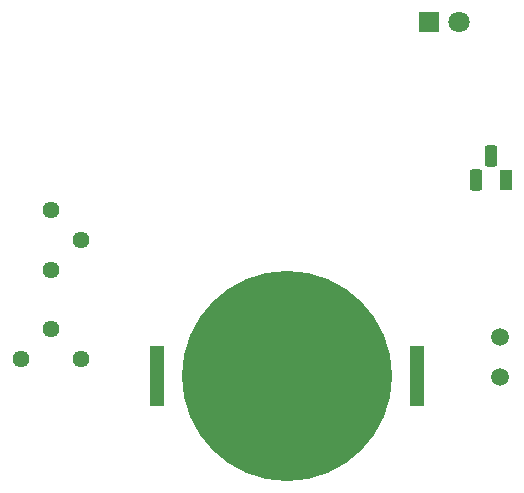
<source format=gbr>
%TF.GenerationSoftware,KiCad,Pcbnew,8.0.7*%
%TF.CreationDate,2025-06-23T15:52:58+10:00*%
%TF.ProjectId,solder,736f6c64-6572-42e6-9b69-6361645f7063,rev?*%
%TF.SameCoordinates,Original*%
%TF.FileFunction,Soldermask,Bot*%
%TF.FilePolarity,Negative*%
%FSLAX46Y46*%
G04 Gerber Fmt 4.6, Leading zero omitted, Abs format (unit mm)*
G04 Created by KiCad (PCBNEW 8.0.7) date 2025-06-23 15:52:58*
%MOMM*%
%LPD*%
G01*
G04 APERTURE LIST*
G04 Aperture macros list*
%AMRoundRect*
0 Rectangle with rounded corners*
0 $1 Rounding radius*
0 $2 $3 $4 $5 $6 $7 $8 $9 X,Y pos of 4 corners*
0 Add a 4 corners polygon primitive as box body*
4,1,4,$2,$3,$4,$5,$6,$7,$8,$9,$2,$3,0*
0 Add four circle primitives for the rounded corners*
1,1,$1+$1,$2,$3*
1,1,$1+$1,$4,$5*
1,1,$1+$1,$6,$7*
1,1,$1+$1,$8,$9*
0 Add four rect primitives between the rounded corners*
20,1,$1+$1,$2,$3,$4,$5,0*
20,1,$1+$1,$4,$5,$6,$7,0*
20,1,$1+$1,$6,$7,$8,$9,0*
20,1,$1+$1,$8,$9,$2,$3,0*%
G04 Aperture macros list end*
%ADD10R,1.800000X1.800000*%
%ADD11C,1.800000*%
%ADD12C,1.500000*%
%ADD13C,1.440000*%
%ADD14R,1.270000X5.080000*%
%ADD15C,17.800000*%
%ADD16R,1.100000X1.800000*%
%ADD17RoundRect,0.275000X0.275000X0.625000X-0.275000X0.625000X-0.275000X-0.625000X0.275000X-0.625000X0*%
G04 APERTURE END LIST*
D10*
%TO.C,D1*%
X149500000Y-69000000D03*
D11*
X152040000Y-69000000D03*
%TD*%
D12*
%TO.C,R1*%
X155550000Y-99060000D03*
X155550000Y-95660000D03*
%TD*%
D13*
%TO.C,RV1*%
X114975000Y-97540000D03*
X117515000Y-95000000D03*
X120055000Y-97540000D03*
%TD*%
%TO.C,RV2*%
X117500000Y-84960000D03*
X120040000Y-87500000D03*
X117500000Y-90040000D03*
%TD*%
D14*
%TO.C,BT1*%
X148485000Y-99000000D03*
X126515000Y-99000000D03*
D15*
X137500000Y-99000000D03*
%TD*%
D16*
%TO.C,Q1*%
X156000000Y-82400000D03*
D17*
X154730000Y-80330000D03*
X153460000Y-82400000D03*
%TD*%
M02*

</source>
